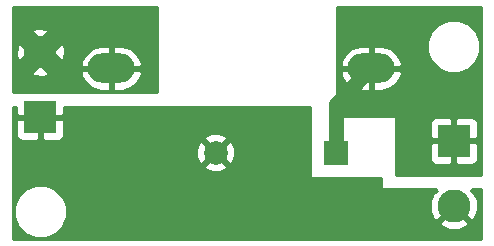
<source format=gtl>
G04 #@! TF.GenerationSoftware,KiCad,Pcbnew,5.0.0-rc2*
G04 #@! TF.CreationDate,2019-06-24T22:20:35-04:00*
G04 #@! TF.ProjectId,pcb,7063622E6B696361645F706362000000,rev?*
G04 #@! TF.SameCoordinates,Original*
G04 #@! TF.FileFunction,Copper,L1,Top,Signal*
G04 #@! TF.FilePolarity,Positive*
%FSLAX46Y46*%
G04 Gerber Fmt 4.6, Leading zero omitted, Abs format (unit mm)*
G04 Created by KiCad (PCBNEW 5.0.0-rc2) date Mon Jun 24 22:20:35 2019*
%MOMM*%
%LPD*%
G01*
G04 APERTURE LIST*
G04 #@! TA.AperFunction,ComponentPad*
%ADD10C,1.998980*%
G04 #@! TD*
G04 #@! TA.AperFunction,ComponentPad*
%ADD11R,1.998980X1.998980*%
G04 #@! TD*
G04 #@! TA.AperFunction,ComponentPad*
%ADD12O,4.000500X2.499360*%
G04 #@! TD*
G04 #@! TA.AperFunction,ComponentPad*
%ADD13R,2.800000X2.800000*%
G04 #@! TD*
G04 #@! TA.AperFunction,ComponentPad*
%ADD14C,2.800000*%
G04 #@! TD*
G04 #@! TA.AperFunction,Conductor*
%ADD15C,1.270000*%
G04 #@! TD*
G04 #@! TA.AperFunction,Conductor*
%ADD16C,0.254000*%
G04 #@! TD*
G04 APERTURE END LIST*
D10*
G04 #@! TO.P,D1,2*
G04 #@! TO.N,GND*
X126840000Y-91002540D03*
D11*
G04 #@! TO.P,D1,1*
G04 #@! TO.N,VCC*
X137000000Y-91002540D03*
G04 #@! TD*
D12*
G04 #@! TO.P,F1,2*
G04 #@! TO.N,+12V*
X118004250Y-83881500D03*
G04 #@! TO.P,F1,1*
G04 #@! TO.N,VCC*
X140005730Y-83881500D03*
G04 #@! TD*
D13*
G04 #@! TO.P,P1,1*
G04 #@! TO.N,GND*
X112000000Y-88000000D03*
D14*
G04 #@! TO.P,P1,2*
G04 #@! TO.N,+12V*
X112000000Y-82500000D03*
G04 #@! TD*
G04 #@! TO.P,P2,2*
G04 #@! TO.N,GND*
X147000000Y-95500000D03*
D13*
G04 #@! TO.P,P2,1*
G04 #@! TO.N,VCC*
X147000000Y-90000000D03*
G04 #@! TD*
D15*
G04 #@! TO.N,VCC*
X137000000Y-86887230D02*
X140005730Y-83881500D01*
X137000000Y-91002540D02*
X137000000Y-86887230D01*
G04 #@! TD*
D16*
G04 #@! TO.N,+12V*
G36*
X121873000Y-85873000D02*
X109711200Y-85873000D01*
X109711200Y-84256226D01*
X111233724Y-84256226D01*
X111418237Y-84491639D01*
X112224689Y-84562666D01*
X112581763Y-84491639D01*
X112731108Y-84301095D01*
X115416302Y-84301095D01*
X115463862Y-84485403D01*
X115831207Y-85124367D01*
X116415111Y-85574116D01*
X117126680Y-85766180D01*
X117877250Y-85766180D01*
X117877250Y-84008500D01*
X118131250Y-84008500D01*
X118131250Y-85766180D01*
X118881820Y-85766180D01*
X119593389Y-85574116D01*
X120177293Y-85124367D01*
X120544638Y-84485403D01*
X120592198Y-84301095D01*
X120476071Y-84008500D01*
X118131250Y-84008500D01*
X117877250Y-84008500D01*
X115532429Y-84008500D01*
X115416302Y-84301095D01*
X112731108Y-84301095D01*
X112766276Y-84256226D01*
X112000000Y-83489949D01*
X111233724Y-84256226D01*
X109711200Y-84256226D01*
X109711200Y-83461905D01*
X115416302Y-83461905D01*
X115532429Y-83754500D01*
X117877250Y-83754500D01*
X117877250Y-81996820D01*
X118131250Y-81996820D01*
X118131250Y-83754500D01*
X120476071Y-83754500D01*
X120592198Y-83461905D01*
X120544638Y-83277597D01*
X120177293Y-82638633D01*
X119593389Y-82188884D01*
X118881820Y-81996820D01*
X118131250Y-81996820D01*
X117877250Y-81996820D01*
X117126680Y-81996820D01*
X116415111Y-82188884D01*
X115831207Y-82638633D01*
X115463862Y-83277597D01*
X115416302Y-83461905D01*
X109711200Y-83461905D01*
X109711200Y-82724689D01*
X109937334Y-82724689D01*
X110008361Y-83081763D01*
X110243774Y-83266276D01*
X111010051Y-82500000D01*
X112989949Y-82500000D01*
X113756226Y-83266276D01*
X113991639Y-83081763D01*
X114062666Y-82275311D01*
X113991639Y-81918237D01*
X113756226Y-81733724D01*
X112989949Y-82500000D01*
X111010051Y-82500000D01*
X110243774Y-81733724D01*
X110008361Y-81918237D01*
X109937334Y-82724689D01*
X109711200Y-82724689D01*
X109711200Y-80743774D01*
X111233724Y-80743774D01*
X112000000Y-81510051D01*
X112766276Y-80743774D01*
X112581763Y-80508361D01*
X111775311Y-80437334D01*
X111418237Y-80508361D01*
X111233724Y-80743774D01*
X109711200Y-80743774D01*
X109711200Y-78711200D01*
X121873000Y-78711200D01*
X121873000Y-85873000D01*
X121873000Y-85873000D01*
G37*
X121873000Y-85873000D02*
X109711200Y-85873000D01*
X109711200Y-84256226D01*
X111233724Y-84256226D01*
X111418237Y-84491639D01*
X112224689Y-84562666D01*
X112581763Y-84491639D01*
X112731108Y-84301095D01*
X115416302Y-84301095D01*
X115463862Y-84485403D01*
X115831207Y-85124367D01*
X116415111Y-85574116D01*
X117126680Y-85766180D01*
X117877250Y-85766180D01*
X117877250Y-84008500D01*
X118131250Y-84008500D01*
X118131250Y-85766180D01*
X118881820Y-85766180D01*
X119593389Y-85574116D01*
X120177293Y-85124367D01*
X120544638Y-84485403D01*
X120592198Y-84301095D01*
X120476071Y-84008500D01*
X118131250Y-84008500D01*
X117877250Y-84008500D01*
X115532429Y-84008500D01*
X115416302Y-84301095D01*
X112731108Y-84301095D01*
X112766276Y-84256226D01*
X112000000Y-83489949D01*
X111233724Y-84256226D01*
X109711200Y-84256226D01*
X109711200Y-83461905D01*
X115416302Y-83461905D01*
X115532429Y-83754500D01*
X117877250Y-83754500D01*
X117877250Y-81996820D01*
X118131250Y-81996820D01*
X118131250Y-83754500D01*
X120476071Y-83754500D01*
X120592198Y-83461905D01*
X120544638Y-83277597D01*
X120177293Y-82638633D01*
X119593389Y-82188884D01*
X118881820Y-81996820D01*
X118131250Y-81996820D01*
X117877250Y-81996820D01*
X117126680Y-81996820D01*
X116415111Y-82188884D01*
X115831207Y-82638633D01*
X115463862Y-83277597D01*
X115416302Y-83461905D01*
X109711200Y-83461905D01*
X109711200Y-82724689D01*
X109937334Y-82724689D01*
X110008361Y-83081763D01*
X110243774Y-83266276D01*
X111010051Y-82500000D01*
X112989949Y-82500000D01*
X113756226Y-83266276D01*
X113991639Y-83081763D01*
X114062666Y-82275311D01*
X113991639Y-81918237D01*
X113756226Y-81733724D01*
X112989949Y-82500000D01*
X111010051Y-82500000D01*
X110243774Y-81733724D01*
X110008361Y-81918237D01*
X109937334Y-82724689D01*
X109711200Y-82724689D01*
X109711200Y-80743774D01*
X111233724Y-80743774D01*
X112000000Y-81510051D01*
X112766276Y-80743774D01*
X112581763Y-80508361D01*
X111775311Y-80437334D01*
X111418237Y-80508361D01*
X111233724Y-80743774D01*
X109711200Y-80743774D01*
X109711200Y-78711200D01*
X121873000Y-78711200D01*
X121873000Y-85873000D01*
G04 #@! TO.N,VCC*
G36*
X149288801Y-92873000D02*
X142127000Y-92873000D01*
X142127000Y-90285750D01*
X144965000Y-90285750D01*
X144965000Y-91526310D01*
X145061673Y-91759699D01*
X145240302Y-91938327D01*
X145473691Y-92035000D01*
X146714250Y-92035000D01*
X146873000Y-91876250D01*
X146873000Y-90127000D01*
X147127000Y-90127000D01*
X147127000Y-91876250D01*
X147285750Y-92035000D01*
X148526309Y-92035000D01*
X148759698Y-91938327D01*
X148938327Y-91759699D01*
X149035000Y-91526310D01*
X149035000Y-90285750D01*
X148876250Y-90127000D01*
X147127000Y-90127000D01*
X146873000Y-90127000D01*
X145123750Y-90127000D01*
X144965000Y-90285750D01*
X142127000Y-90285750D01*
X142127000Y-88473690D01*
X144965000Y-88473690D01*
X144965000Y-89714250D01*
X145123750Y-89873000D01*
X146873000Y-89873000D01*
X146873000Y-88123750D01*
X147127000Y-88123750D01*
X147127000Y-89873000D01*
X148876250Y-89873000D01*
X149035000Y-89714250D01*
X149035000Y-88473690D01*
X148938327Y-88240301D01*
X148759698Y-88061673D01*
X148526309Y-87965000D01*
X147285750Y-87965000D01*
X147127000Y-88123750D01*
X146873000Y-88123750D01*
X146714250Y-87965000D01*
X145473691Y-87965000D01*
X145240302Y-88061673D01*
X145061673Y-88240301D01*
X144965000Y-88473690D01*
X142127000Y-88473690D01*
X142127000Y-88000000D01*
X142117333Y-87951399D01*
X142089803Y-87910197D01*
X142048601Y-87882667D01*
X142000000Y-87873000D01*
X137127000Y-87873000D01*
X137127000Y-84301095D01*
X137417782Y-84301095D01*
X137465342Y-84485403D01*
X137832687Y-85124367D01*
X138416591Y-85574116D01*
X139128160Y-85766180D01*
X139878730Y-85766180D01*
X139878730Y-84008500D01*
X140132730Y-84008500D01*
X140132730Y-85766180D01*
X140883300Y-85766180D01*
X141594869Y-85574116D01*
X142178773Y-85124367D01*
X142546118Y-84485403D01*
X142593678Y-84301095D01*
X142477551Y-84008500D01*
X140132730Y-84008500D01*
X139878730Y-84008500D01*
X137533909Y-84008500D01*
X137417782Y-84301095D01*
X137127000Y-84301095D01*
X137127000Y-83461905D01*
X137417782Y-83461905D01*
X137533909Y-83754500D01*
X139878730Y-83754500D01*
X139878730Y-81996820D01*
X140132730Y-81996820D01*
X140132730Y-83754500D01*
X142477551Y-83754500D01*
X142593678Y-83461905D01*
X142546118Y-83277597D01*
X142178773Y-82638633D01*
X141594869Y-82188884D01*
X140883300Y-81996820D01*
X140132730Y-81996820D01*
X139878730Y-81996820D01*
X139128160Y-81996820D01*
X138416591Y-82188884D01*
X137832687Y-82638633D01*
X137465342Y-83277597D01*
X137417782Y-83461905D01*
X137127000Y-83461905D01*
X137127000Y-81555431D01*
X144765000Y-81555431D01*
X144765000Y-82444569D01*
X145105259Y-83266026D01*
X145733974Y-83894741D01*
X146555431Y-84235000D01*
X147444569Y-84235000D01*
X148266026Y-83894741D01*
X148894741Y-83266026D01*
X149235000Y-82444569D01*
X149235000Y-81555431D01*
X148894741Y-80733974D01*
X148266026Y-80105259D01*
X147444569Y-79765000D01*
X146555431Y-79765000D01*
X145733974Y-80105259D01*
X145105259Y-80733974D01*
X144765000Y-81555431D01*
X137127000Y-81555431D01*
X137127000Y-78711200D01*
X149288800Y-78711200D01*
X149288801Y-92873000D01*
X149288801Y-92873000D01*
G37*
X149288801Y-92873000D02*
X142127000Y-92873000D01*
X142127000Y-90285750D01*
X144965000Y-90285750D01*
X144965000Y-91526310D01*
X145061673Y-91759699D01*
X145240302Y-91938327D01*
X145473691Y-92035000D01*
X146714250Y-92035000D01*
X146873000Y-91876250D01*
X146873000Y-90127000D01*
X147127000Y-90127000D01*
X147127000Y-91876250D01*
X147285750Y-92035000D01*
X148526309Y-92035000D01*
X148759698Y-91938327D01*
X148938327Y-91759699D01*
X149035000Y-91526310D01*
X149035000Y-90285750D01*
X148876250Y-90127000D01*
X147127000Y-90127000D01*
X146873000Y-90127000D01*
X145123750Y-90127000D01*
X144965000Y-90285750D01*
X142127000Y-90285750D01*
X142127000Y-88473690D01*
X144965000Y-88473690D01*
X144965000Y-89714250D01*
X145123750Y-89873000D01*
X146873000Y-89873000D01*
X146873000Y-88123750D01*
X147127000Y-88123750D01*
X147127000Y-89873000D01*
X148876250Y-89873000D01*
X149035000Y-89714250D01*
X149035000Y-88473690D01*
X148938327Y-88240301D01*
X148759698Y-88061673D01*
X148526309Y-87965000D01*
X147285750Y-87965000D01*
X147127000Y-88123750D01*
X146873000Y-88123750D01*
X146714250Y-87965000D01*
X145473691Y-87965000D01*
X145240302Y-88061673D01*
X145061673Y-88240301D01*
X144965000Y-88473690D01*
X142127000Y-88473690D01*
X142127000Y-88000000D01*
X142117333Y-87951399D01*
X142089803Y-87910197D01*
X142048601Y-87882667D01*
X142000000Y-87873000D01*
X137127000Y-87873000D01*
X137127000Y-84301095D01*
X137417782Y-84301095D01*
X137465342Y-84485403D01*
X137832687Y-85124367D01*
X138416591Y-85574116D01*
X139128160Y-85766180D01*
X139878730Y-85766180D01*
X139878730Y-84008500D01*
X140132730Y-84008500D01*
X140132730Y-85766180D01*
X140883300Y-85766180D01*
X141594869Y-85574116D01*
X142178773Y-85124367D01*
X142546118Y-84485403D01*
X142593678Y-84301095D01*
X142477551Y-84008500D01*
X140132730Y-84008500D01*
X139878730Y-84008500D01*
X137533909Y-84008500D01*
X137417782Y-84301095D01*
X137127000Y-84301095D01*
X137127000Y-83461905D01*
X137417782Y-83461905D01*
X137533909Y-83754500D01*
X139878730Y-83754500D01*
X139878730Y-81996820D01*
X140132730Y-81996820D01*
X140132730Y-83754500D01*
X142477551Y-83754500D01*
X142593678Y-83461905D01*
X142546118Y-83277597D01*
X142178773Y-82638633D01*
X141594869Y-82188884D01*
X140883300Y-81996820D01*
X140132730Y-81996820D01*
X139878730Y-81996820D01*
X139128160Y-81996820D01*
X138416591Y-82188884D01*
X137832687Y-82638633D01*
X137465342Y-83277597D01*
X137417782Y-83461905D01*
X137127000Y-83461905D01*
X137127000Y-81555431D01*
X144765000Y-81555431D01*
X144765000Y-82444569D01*
X145105259Y-83266026D01*
X145733974Y-83894741D01*
X146555431Y-84235000D01*
X147444569Y-84235000D01*
X148266026Y-83894741D01*
X148894741Y-83266026D01*
X149235000Y-82444569D01*
X149235000Y-81555431D01*
X148894741Y-80733974D01*
X148266026Y-80105259D01*
X147444569Y-79765000D01*
X146555431Y-79765000D01*
X145733974Y-80105259D01*
X145105259Y-80733974D01*
X144765000Y-81555431D01*
X137127000Y-81555431D01*
X137127000Y-78711200D01*
X149288800Y-78711200D01*
X149288801Y-92873000D01*
G04 #@! TO.N,GND*
G36*
X109965000Y-87714250D02*
X110123750Y-87873000D01*
X111873000Y-87873000D01*
X111873000Y-87853000D01*
X112127000Y-87853000D01*
X112127000Y-87873000D01*
X113876250Y-87873000D01*
X114035000Y-87714250D01*
X114035000Y-87127000D01*
X134873000Y-87127000D01*
X134873000Y-93000000D01*
X134882667Y-93048601D01*
X134910197Y-93089803D01*
X134951399Y-93117333D01*
X135000000Y-93127000D01*
X140873000Y-93127000D01*
X140873000Y-94000000D01*
X140882667Y-94048601D01*
X140910197Y-94089803D01*
X140951399Y-94117333D01*
X141000000Y-94127000D01*
X145447392Y-94127000D01*
X145558275Y-94237883D01*
X145249894Y-94385455D01*
X144956595Y-95140031D01*
X144974386Y-95949409D01*
X145249894Y-96614545D01*
X145558276Y-96762118D01*
X146820395Y-95500000D01*
X146806252Y-95485858D01*
X146985858Y-95306252D01*
X147000000Y-95320395D01*
X147014142Y-95306252D01*
X147193748Y-95485858D01*
X147179605Y-95500000D01*
X148441724Y-96762118D01*
X148750106Y-96614545D01*
X149043405Y-95859969D01*
X149025614Y-95050591D01*
X148750106Y-94385455D01*
X148441725Y-94237883D01*
X148552608Y-94127000D01*
X149288801Y-94127000D01*
X149288801Y-98288800D01*
X109711199Y-98288800D01*
X109711199Y-95555431D01*
X109765000Y-95555431D01*
X109765000Y-96444569D01*
X110105259Y-97266026D01*
X110733974Y-97894741D01*
X111555431Y-98235000D01*
X112444569Y-98235000D01*
X113266026Y-97894741D01*
X113894741Y-97266026D01*
X114029071Y-96941724D01*
X145737882Y-96941724D01*
X145885455Y-97250106D01*
X146640031Y-97543405D01*
X147449409Y-97525614D01*
X148114545Y-97250106D01*
X148262118Y-96941724D01*
X147000000Y-95679605D01*
X145737882Y-96941724D01*
X114029071Y-96941724D01*
X114235000Y-96444569D01*
X114235000Y-95555431D01*
X113894741Y-94733974D01*
X113266026Y-94105259D01*
X112444569Y-93765000D01*
X111555431Y-93765000D01*
X110733974Y-94105259D01*
X110105259Y-94733974D01*
X109765000Y-95555431D01*
X109711199Y-95555431D01*
X109711199Y-92154703D01*
X125867443Y-92154703D01*
X125966042Y-92421505D01*
X126575582Y-92647941D01*
X127225377Y-92623881D01*
X127713958Y-92421505D01*
X127812557Y-92154703D01*
X126840000Y-91182145D01*
X125867443Y-92154703D01*
X109711199Y-92154703D01*
X109711199Y-90738122D01*
X125194599Y-90738122D01*
X125218659Y-91387917D01*
X125421035Y-91876498D01*
X125687837Y-91975097D01*
X126660395Y-91002540D01*
X127019605Y-91002540D01*
X127992163Y-91975097D01*
X128258965Y-91876498D01*
X128485401Y-91266958D01*
X128461341Y-90617163D01*
X128258965Y-90128582D01*
X127992163Y-90029983D01*
X127019605Y-91002540D01*
X126660395Y-91002540D01*
X125687837Y-90029983D01*
X125421035Y-90128582D01*
X125194599Y-90738122D01*
X109711199Y-90738122D01*
X109711199Y-88285750D01*
X109965000Y-88285750D01*
X109965000Y-89526310D01*
X110061673Y-89759699D01*
X110240302Y-89938327D01*
X110473691Y-90035000D01*
X111714250Y-90035000D01*
X111873000Y-89876250D01*
X111873000Y-88127000D01*
X112127000Y-88127000D01*
X112127000Y-89876250D01*
X112285750Y-90035000D01*
X113526309Y-90035000D01*
X113759698Y-89938327D01*
X113847648Y-89850377D01*
X125867443Y-89850377D01*
X126840000Y-90822935D01*
X127812557Y-89850377D01*
X127713958Y-89583575D01*
X127104418Y-89357139D01*
X126454623Y-89381199D01*
X125966042Y-89583575D01*
X125867443Y-89850377D01*
X113847648Y-89850377D01*
X113938327Y-89759699D01*
X114035000Y-89526310D01*
X114035000Y-88285750D01*
X113876250Y-88127000D01*
X112127000Y-88127000D01*
X111873000Y-88127000D01*
X110123750Y-88127000D01*
X109965000Y-88285750D01*
X109711199Y-88285750D01*
X109711200Y-87127000D01*
X109965000Y-87127000D01*
X109965000Y-87714250D01*
X109965000Y-87714250D01*
G37*
X109965000Y-87714250D02*
X110123750Y-87873000D01*
X111873000Y-87873000D01*
X111873000Y-87853000D01*
X112127000Y-87853000D01*
X112127000Y-87873000D01*
X113876250Y-87873000D01*
X114035000Y-87714250D01*
X114035000Y-87127000D01*
X134873000Y-87127000D01*
X134873000Y-93000000D01*
X134882667Y-93048601D01*
X134910197Y-93089803D01*
X134951399Y-93117333D01*
X135000000Y-93127000D01*
X140873000Y-93127000D01*
X140873000Y-94000000D01*
X140882667Y-94048601D01*
X140910197Y-94089803D01*
X140951399Y-94117333D01*
X141000000Y-94127000D01*
X145447392Y-94127000D01*
X145558275Y-94237883D01*
X145249894Y-94385455D01*
X144956595Y-95140031D01*
X144974386Y-95949409D01*
X145249894Y-96614545D01*
X145558276Y-96762118D01*
X146820395Y-95500000D01*
X146806252Y-95485858D01*
X146985858Y-95306252D01*
X147000000Y-95320395D01*
X147014142Y-95306252D01*
X147193748Y-95485858D01*
X147179605Y-95500000D01*
X148441724Y-96762118D01*
X148750106Y-96614545D01*
X149043405Y-95859969D01*
X149025614Y-95050591D01*
X148750106Y-94385455D01*
X148441725Y-94237883D01*
X148552608Y-94127000D01*
X149288801Y-94127000D01*
X149288801Y-98288800D01*
X109711199Y-98288800D01*
X109711199Y-95555431D01*
X109765000Y-95555431D01*
X109765000Y-96444569D01*
X110105259Y-97266026D01*
X110733974Y-97894741D01*
X111555431Y-98235000D01*
X112444569Y-98235000D01*
X113266026Y-97894741D01*
X113894741Y-97266026D01*
X114029071Y-96941724D01*
X145737882Y-96941724D01*
X145885455Y-97250106D01*
X146640031Y-97543405D01*
X147449409Y-97525614D01*
X148114545Y-97250106D01*
X148262118Y-96941724D01*
X147000000Y-95679605D01*
X145737882Y-96941724D01*
X114029071Y-96941724D01*
X114235000Y-96444569D01*
X114235000Y-95555431D01*
X113894741Y-94733974D01*
X113266026Y-94105259D01*
X112444569Y-93765000D01*
X111555431Y-93765000D01*
X110733974Y-94105259D01*
X110105259Y-94733974D01*
X109765000Y-95555431D01*
X109711199Y-95555431D01*
X109711199Y-92154703D01*
X125867443Y-92154703D01*
X125966042Y-92421505D01*
X126575582Y-92647941D01*
X127225377Y-92623881D01*
X127713958Y-92421505D01*
X127812557Y-92154703D01*
X126840000Y-91182145D01*
X125867443Y-92154703D01*
X109711199Y-92154703D01*
X109711199Y-90738122D01*
X125194599Y-90738122D01*
X125218659Y-91387917D01*
X125421035Y-91876498D01*
X125687837Y-91975097D01*
X126660395Y-91002540D01*
X127019605Y-91002540D01*
X127992163Y-91975097D01*
X128258965Y-91876498D01*
X128485401Y-91266958D01*
X128461341Y-90617163D01*
X128258965Y-90128582D01*
X127992163Y-90029983D01*
X127019605Y-91002540D01*
X126660395Y-91002540D01*
X125687837Y-90029983D01*
X125421035Y-90128582D01*
X125194599Y-90738122D01*
X109711199Y-90738122D01*
X109711199Y-88285750D01*
X109965000Y-88285750D01*
X109965000Y-89526310D01*
X110061673Y-89759699D01*
X110240302Y-89938327D01*
X110473691Y-90035000D01*
X111714250Y-90035000D01*
X111873000Y-89876250D01*
X111873000Y-88127000D01*
X112127000Y-88127000D01*
X112127000Y-89876250D01*
X112285750Y-90035000D01*
X113526309Y-90035000D01*
X113759698Y-89938327D01*
X113847648Y-89850377D01*
X125867443Y-89850377D01*
X126840000Y-90822935D01*
X127812557Y-89850377D01*
X127713958Y-89583575D01*
X127104418Y-89357139D01*
X126454623Y-89381199D01*
X125966042Y-89583575D01*
X125867443Y-89850377D01*
X113847648Y-89850377D01*
X113938327Y-89759699D01*
X114035000Y-89526310D01*
X114035000Y-88285750D01*
X113876250Y-88127000D01*
X112127000Y-88127000D01*
X111873000Y-88127000D01*
X110123750Y-88127000D01*
X109965000Y-88285750D01*
X109711199Y-88285750D01*
X109711200Y-87127000D01*
X109965000Y-87127000D01*
X109965000Y-87714250D01*
G04 #@! TD*
M02*

</source>
